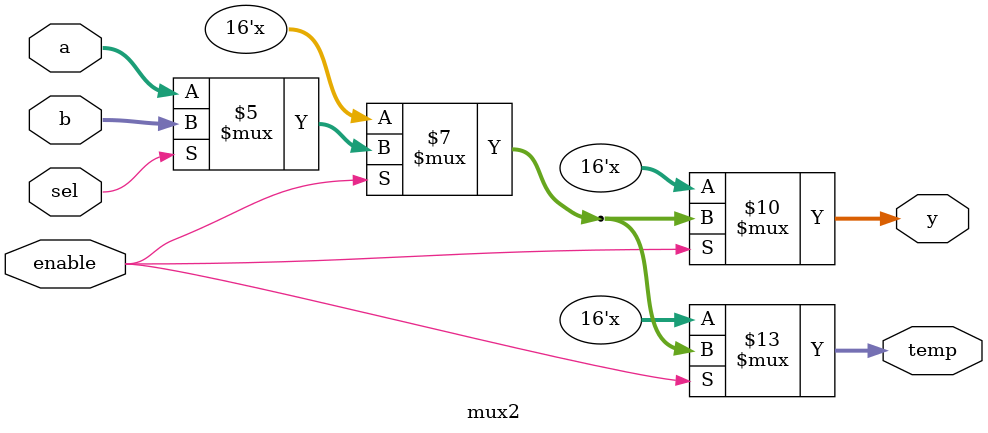
<source format=sv>
`ifndef MUX2
`define MUX2

module mux2 # (parameter N = 16)
   //
   // ---------------- PORT DEFINITIONS ----------------
   //
   (
      input [15:0] a, b,
      input sel, enable, // y=a if sel=0; y=b if sel=1
      output reg [15:0] y,
      output reg [15:0] temp
   );
   //
   // ---------------- MODULE DESIGN IMPLEMENTATION ----------------
   //
always @(*) begin
    if(enable) begin
      if (sel == 1'b0)
        begin
          temp = a;
        end
      else
        begin
          temp = b;
        end
    y = temp;
    end
    else y = 'bz;
end

endmodule

`endif // MUX2
</source>
